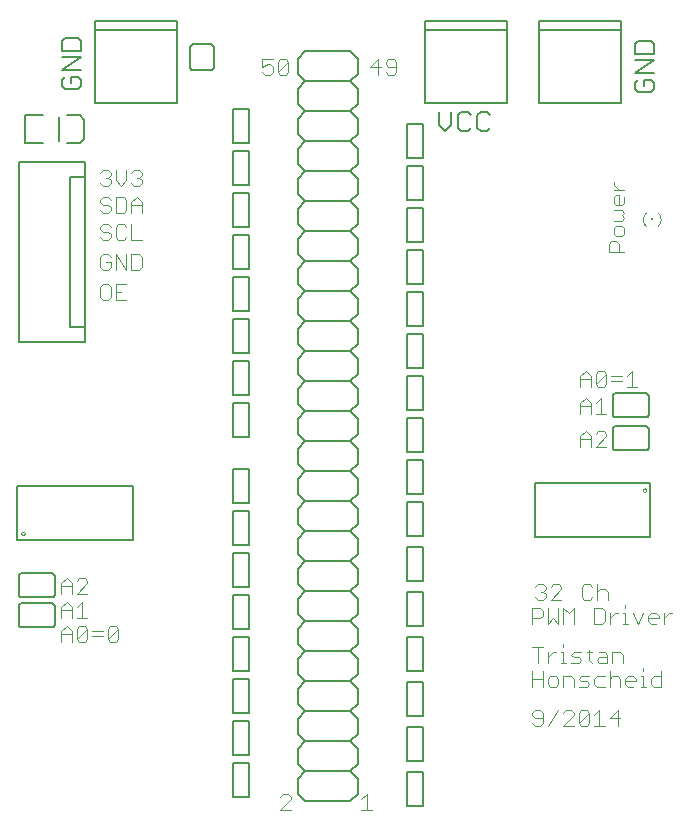
<source format=gto>
G75*
%MOIN*%
%OFA0B0*%
%FSLAX24Y24*%
%IPPOS*%
%LPD*%
%AMOC8*
5,1,8,0,0,1.08239X$1,22.5*
%
%ADD10C,0.0060*%
%ADD11C,0.0040*%
%ADD12C,0.0080*%
%ADD13C,0.0050*%
%ADD14R,0.0079X0.0079*%
%ADD15R,0.0098X0.0059*%
%ADD16C,0.0020*%
D10*
X001000Y007700D02*
X002000Y007700D01*
X002017Y007702D01*
X002034Y007706D01*
X002050Y007713D01*
X002064Y007723D01*
X002077Y007736D01*
X002087Y007750D01*
X002094Y007766D01*
X002098Y007783D01*
X002100Y007800D01*
X002100Y008400D01*
X002098Y008417D01*
X002094Y008434D01*
X002087Y008450D01*
X002077Y008464D01*
X002064Y008477D01*
X002050Y008487D01*
X002034Y008494D01*
X002017Y008498D01*
X002000Y008500D01*
X001000Y008500D01*
X000983Y008498D01*
X000966Y008494D01*
X000950Y008487D01*
X000936Y008477D01*
X000923Y008464D01*
X000913Y008450D01*
X000906Y008434D01*
X000902Y008417D01*
X000900Y008400D01*
X000900Y007800D01*
X000902Y007783D01*
X000906Y007766D01*
X000913Y007750D01*
X000923Y007736D01*
X000936Y007723D01*
X000950Y007713D01*
X000966Y007706D01*
X000983Y007702D01*
X001000Y007700D01*
X001000Y008700D02*
X002000Y008700D01*
X002017Y008702D01*
X002034Y008706D01*
X002050Y008713D01*
X002064Y008723D01*
X002077Y008736D01*
X002087Y008750D01*
X002094Y008766D01*
X002098Y008783D01*
X002100Y008800D01*
X002100Y009400D01*
X002098Y009417D01*
X002094Y009434D01*
X002087Y009450D01*
X002077Y009464D01*
X002064Y009477D01*
X002050Y009487D01*
X002034Y009494D01*
X002017Y009498D01*
X002000Y009500D01*
X001000Y009500D01*
X000983Y009498D01*
X000966Y009494D01*
X000950Y009487D01*
X000936Y009477D01*
X000923Y009464D01*
X000913Y009450D01*
X000906Y009434D01*
X000902Y009417D01*
X000900Y009400D01*
X000900Y008800D01*
X000902Y008783D01*
X000906Y008766D01*
X000913Y008750D01*
X000923Y008736D01*
X000936Y008723D01*
X000950Y008713D01*
X000966Y008706D01*
X000983Y008702D01*
X001000Y008700D01*
X008040Y008760D02*
X008040Y007640D01*
X008560Y007640D01*
X008560Y008760D01*
X008040Y008760D01*
X008040Y009040D02*
X008040Y010160D01*
X008560Y010160D01*
X008560Y009040D01*
X008040Y009040D01*
X008040Y010440D02*
X008040Y011560D01*
X008560Y011560D01*
X008560Y010440D01*
X008040Y010440D01*
X008040Y011840D02*
X008040Y012960D01*
X008560Y012960D01*
X008560Y011840D01*
X008040Y011840D01*
X008040Y014040D02*
X008040Y015160D01*
X008560Y015160D01*
X008560Y014040D01*
X008040Y014040D01*
X008040Y015440D02*
X008040Y016560D01*
X008560Y016560D01*
X008560Y015440D01*
X008040Y015440D01*
X008040Y016840D02*
X008040Y017960D01*
X008560Y017960D01*
X008560Y016840D01*
X008040Y016840D01*
X008040Y018240D02*
X008040Y019360D01*
X008560Y019360D01*
X008560Y018240D01*
X008040Y018240D01*
X008040Y019640D02*
X008040Y020760D01*
X008560Y020760D01*
X008560Y019640D01*
X008040Y019640D01*
X008040Y021040D02*
X008040Y022160D01*
X008560Y022160D01*
X008560Y021040D01*
X008040Y021040D01*
X008040Y022440D02*
X008040Y023560D01*
X008560Y023560D01*
X008560Y022440D01*
X008040Y022440D01*
X008040Y023840D02*
X008040Y024960D01*
X008560Y024960D01*
X008560Y023840D01*
X008040Y023840D01*
X010200Y023650D02*
X010200Y023150D01*
X010450Y022900D01*
X010200Y022650D01*
X010200Y022150D01*
X010450Y021900D01*
X011950Y021900D01*
X012200Y022150D01*
X012200Y022650D01*
X011950Y022900D01*
X012200Y023150D01*
X012200Y023650D01*
X011950Y023900D01*
X012200Y024150D01*
X012200Y024650D01*
X011950Y024900D01*
X012200Y025150D01*
X012200Y025650D01*
X011950Y025900D01*
X012200Y026150D01*
X012200Y026650D01*
X011950Y026900D01*
X010450Y026900D01*
X010200Y026650D01*
X010200Y026150D01*
X010450Y025900D01*
X010200Y025650D01*
X010200Y025150D01*
X010450Y024900D01*
X010200Y024650D01*
X010200Y024150D01*
X010450Y023900D01*
X010200Y023650D01*
X010450Y023900D02*
X011950Y023900D01*
X011950Y022900D02*
X010450Y022900D01*
X010450Y021900D02*
X010200Y021650D01*
X010200Y021150D01*
X010450Y020900D01*
X011950Y020900D01*
X012200Y021150D01*
X012200Y021650D01*
X011950Y021900D01*
X011950Y020900D02*
X012200Y020650D01*
X012200Y020150D01*
X011950Y019900D01*
X010450Y019900D01*
X010200Y020150D01*
X010200Y020650D01*
X010450Y020900D01*
X010450Y019900D02*
X010200Y019650D01*
X010200Y019150D01*
X010450Y018900D01*
X011950Y018900D01*
X012200Y018650D01*
X012200Y018150D01*
X011950Y017900D01*
X010450Y017900D01*
X010200Y018150D01*
X010200Y018650D01*
X010450Y018900D01*
X010450Y017900D02*
X010200Y017650D01*
X010200Y017150D01*
X010450Y016900D01*
X011950Y016900D01*
X012200Y016650D01*
X012200Y016150D01*
X011950Y015900D01*
X010450Y015900D01*
X010200Y016150D01*
X010200Y016650D01*
X010450Y016900D01*
X010450Y015900D02*
X010200Y015650D01*
X010200Y015150D01*
X010450Y014900D01*
X011950Y014900D01*
X012200Y014650D01*
X012200Y014150D01*
X011950Y013900D01*
X010450Y013900D01*
X010200Y014150D01*
X010200Y014650D01*
X010450Y014900D01*
X010450Y013900D02*
X010200Y013650D01*
X010200Y013150D01*
X010450Y012900D01*
X011950Y012900D01*
X012200Y012650D01*
X012200Y012150D01*
X011950Y011900D01*
X010450Y011900D01*
X010200Y012150D01*
X010200Y012650D01*
X010450Y012900D01*
X010450Y011900D02*
X010200Y011650D01*
X010200Y011150D01*
X010450Y010900D01*
X011950Y010900D01*
X012200Y010650D01*
X012200Y010150D01*
X011950Y009900D01*
X010450Y009900D01*
X010200Y010150D01*
X010200Y010650D01*
X010450Y010900D01*
X010450Y009900D02*
X010200Y009650D01*
X010200Y009150D01*
X010450Y008900D01*
X011950Y008900D01*
X012200Y008650D01*
X012200Y008150D01*
X011950Y007900D01*
X010450Y007900D01*
X010200Y008150D01*
X010200Y008650D01*
X010450Y008900D01*
X010450Y007900D02*
X010200Y007650D01*
X010200Y007150D01*
X010450Y006900D01*
X011950Y006900D01*
X012200Y007150D01*
X012200Y007650D01*
X011950Y007900D01*
X011950Y006900D02*
X012200Y006650D01*
X012200Y006150D01*
X011950Y005900D01*
X010450Y005900D01*
X010200Y006150D01*
X010200Y006650D01*
X010450Y006900D01*
X010450Y005900D02*
X010200Y005650D01*
X010200Y005150D01*
X010450Y004900D01*
X011950Y004900D01*
X012200Y005150D01*
X012200Y005650D01*
X011950Y005900D01*
X011950Y004900D02*
X012200Y004650D01*
X012200Y004150D01*
X011950Y003900D01*
X010450Y003900D01*
X010200Y004150D01*
X010200Y004650D01*
X010450Y004900D01*
X010450Y003900D02*
X010200Y003650D01*
X010200Y003150D01*
X010450Y002900D01*
X011950Y002900D01*
X012200Y003150D01*
X012200Y003650D01*
X011950Y003900D01*
X011950Y002900D02*
X012200Y002650D01*
X012200Y002150D01*
X011950Y001900D01*
X010450Y001900D01*
X010200Y002150D01*
X010200Y002650D01*
X010450Y002900D01*
X008560Y003160D02*
X008560Y002040D01*
X008040Y002040D01*
X008040Y003160D01*
X008560Y003160D01*
X008560Y003440D02*
X008560Y004560D01*
X008040Y004560D01*
X008040Y003440D01*
X008560Y003440D01*
X008560Y004840D02*
X008040Y004840D01*
X008040Y005960D01*
X008560Y005960D01*
X008560Y004840D01*
X008560Y006240D02*
X008040Y006240D01*
X008040Y007360D01*
X008560Y007360D01*
X008560Y006240D01*
X011950Y008900D02*
X012200Y009150D01*
X012200Y009650D01*
X011950Y009900D01*
X011950Y010900D02*
X012200Y011150D01*
X012200Y011650D01*
X011950Y011900D01*
X011950Y012900D02*
X012200Y013150D01*
X012200Y013650D01*
X011950Y013900D01*
X011950Y014900D02*
X012200Y015150D01*
X012200Y015650D01*
X011950Y015900D01*
X011950Y016900D02*
X012200Y017150D01*
X012200Y017650D01*
X011950Y017900D01*
X011950Y018900D02*
X012200Y019150D01*
X012200Y019650D01*
X011950Y019900D01*
X013840Y020260D02*
X013840Y019140D01*
X014360Y019140D01*
X014360Y020260D01*
X013840Y020260D01*
X013840Y020540D02*
X013840Y021660D01*
X014360Y021660D01*
X014360Y020540D01*
X013840Y020540D01*
X013840Y021940D02*
X013840Y023060D01*
X014360Y023060D01*
X014360Y021940D01*
X013840Y021940D01*
X013840Y023340D02*
X013840Y024460D01*
X014360Y024460D01*
X014360Y023340D01*
X013840Y023340D01*
X014896Y024444D02*
X015110Y024230D01*
X015323Y024444D01*
X015323Y024871D01*
X015541Y024764D02*
X015541Y024337D01*
X015648Y024230D01*
X015861Y024230D01*
X015968Y024337D01*
X016185Y024337D02*
X016185Y024764D01*
X016292Y024871D01*
X016506Y024871D01*
X016612Y024764D01*
X016612Y024337D02*
X016506Y024230D01*
X016292Y024230D01*
X016185Y024337D01*
X015968Y024764D02*
X015861Y024871D01*
X015648Y024871D01*
X015541Y024764D01*
X014896Y024871D02*
X014896Y024444D01*
X011950Y024900D02*
X010450Y024900D01*
X010450Y025900D02*
X011950Y025900D01*
X007394Y026385D02*
X007394Y027015D01*
X007394Y027034D01*
X007390Y027053D01*
X007384Y027071D01*
X007374Y027087D01*
X007362Y027102D01*
X007348Y027114D01*
X007331Y027124D01*
X007314Y027130D01*
X007295Y027134D01*
X007295Y027133D02*
X006705Y027133D01*
X006704Y027134D02*
X006686Y027130D01*
X006668Y027124D01*
X006651Y027114D01*
X006637Y027102D01*
X006624Y027087D01*
X006615Y027071D01*
X006609Y027053D01*
X006605Y027034D01*
X006605Y027015D01*
X006606Y027015D02*
X006606Y026385D01*
X006606Y026366D01*
X006610Y026347D01*
X006616Y026329D01*
X006626Y026313D01*
X006638Y026298D01*
X006652Y026286D01*
X006669Y026276D01*
X006686Y026270D01*
X006705Y026266D01*
X006705Y026267D02*
X007295Y026267D01*
X007295Y026266D02*
X007314Y026270D01*
X007331Y026276D01*
X007348Y026286D01*
X007362Y026298D01*
X007374Y026313D01*
X007384Y026329D01*
X007390Y026347D01*
X007394Y026366D01*
X007394Y026385D01*
X002970Y026275D02*
X002329Y026275D01*
X002970Y026702D01*
X002329Y026702D01*
X002329Y026919D02*
X002329Y027239D01*
X002436Y027346D01*
X002863Y027346D01*
X002970Y027239D01*
X002970Y026919D01*
X002329Y026919D01*
X002436Y026057D02*
X002329Y025950D01*
X002329Y025737D01*
X002436Y025630D01*
X002863Y025630D01*
X002970Y025737D01*
X002970Y025950D01*
X002863Y026057D01*
X002650Y026057D01*
X002650Y025844D01*
X013840Y018860D02*
X013840Y017740D01*
X014360Y017740D01*
X014360Y018860D01*
X013840Y018860D01*
X013840Y017460D02*
X013840Y016340D01*
X014360Y016340D01*
X014360Y017460D01*
X013840Y017460D01*
X013840Y016060D02*
X013840Y014940D01*
X014360Y014940D01*
X014360Y016060D01*
X013840Y016060D01*
X013840Y014660D02*
X013840Y013540D01*
X014360Y013540D01*
X014360Y014660D01*
X013840Y014660D01*
X013840Y013260D02*
X013840Y012140D01*
X014360Y012140D01*
X014360Y013260D01*
X013840Y013260D01*
X013840Y011860D02*
X013840Y010740D01*
X014360Y010740D01*
X014360Y011860D01*
X013840Y011860D01*
X013840Y010360D02*
X013840Y009240D01*
X014360Y009240D01*
X014360Y010360D01*
X013840Y010360D01*
X013840Y008860D02*
X013840Y007740D01*
X014360Y007740D01*
X014360Y008860D01*
X013840Y008860D01*
X013840Y007360D02*
X013840Y006240D01*
X014360Y006240D01*
X014360Y007360D01*
X013840Y007360D01*
X013840Y005860D02*
X013840Y004740D01*
X014360Y004740D01*
X014360Y005860D01*
X013840Y005860D01*
X013840Y004360D02*
X013840Y003240D01*
X014360Y003240D01*
X014360Y004360D01*
X013840Y004360D01*
X013840Y002860D02*
X013840Y001740D01*
X014360Y001740D01*
X014360Y002860D01*
X013840Y002860D01*
X020800Y013600D02*
X021800Y013600D01*
X021817Y013602D01*
X021834Y013606D01*
X021850Y013613D01*
X021864Y013623D01*
X021877Y013636D01*
X021887Y013650D01*
X021894Y013666D01*
X021898Y013683D01*
X021900Y013700D01*
X021900Y014300D01*
X021898Y014317D01*
X021894Y014334D01*
X021887Y014350D01*
X021877Y014364D01*
X021864Y014377D01*
X021850Y014387D01*
X021834Y014394D01*
X021817Y014398D01*
X021800Y014400D01*
X020800Y014400D01*
X020783Y014398D01*
X020766Y014394D01*
X020750Y014387D01*
X020736Y014377D01*
X020723Y014364D01*
X020713Y014350D01*
X020706Y014334D01*
X020702Y014317D01*
X020700Y014300D01*
X020700Y013700D01*
X020702Y013683D01*
X020706Y013666D01*
X020713Y013650D01*
X020723Y013636D01*
X020736Y013623D01*
X020750Y013613D01*
X020766Y013606D01*
X020783Y013602D01*
X020800Y013600D01*
X020800Y014700D02*
X021800Y014700D01*
X021817Y014702D01*
X021834Y014706D01*
X021850Y014713D01*
X021864Y014723D01*
X021877Y014736D01*
X021887Y014750D01*
X021894Y014766D01*
X021898Y014783D01*
X021900Y014800D01*
X021900Y015400D01*
X021898Y015417D01*
X021894Y015434D01*
X021887Y015450D01*
X021877Y015464D01*
X021864Y015477D01*
X021850Y015487D01*
X021834Y015494D01*
X021817Y015498D01*
X021800Y015500D01*
X020800Y015500D01*
X020783Y015498D01*
X020766Y015494D01*
X020750Y015487D01*
X020736Y015477D01*
X020723Y015464D01*
X020713Y015450D01*
X020706Y015434D01*
X020702Y015417D01*
X020700Y015400D01*
X020700Y014800D01*
X020702Y014783D01*
X020706Y014766D01*
X020713Y014750D01*
X020723Y014736D01*
X020736Y014723D01*
X020750Y014713D01*
X020766Y014706D01*
X020783Y014702D01*
X020800Y014700D01*
X021536Y025530D02*
X021963Y025530D01*
X022070Y025637D01*
X022070Y025850D01*
X021963Y025957D01*
X021750Y025957D01*
X021750Y025744D01*
X021536Y025957D02*
X021429Y025850D01*
X021429Y025637D01*
X021536Y025530D01*
X021429Y026175D02*
X022070Y026602D01*
X021429Y026602D01*
X021429Y026819D02*
X021429Y027139D01*
X021536Y027246D01*
X021963Y027246D01*
X022070Y027139D01*
X022070Y026819D01*
X021429Y026819D01*
X021429Y026175D02*
X022070Y026175D01*
D11*
X002320Y007567D02*
X002320Y007220D01*
X002320Y007480D02*
X002667Y007480D01*
X002667Y007567D02*
X002667Y007220D01*
X002836Y007307D02*
X002836Y007654D01*
X002922Y007740D01*
X003096Y007740D01*
X003183Y007654D01*
X002836Y007307D01*
X002922Y007220D01*
X003096Y007220D01*
X003183Y007307D01*
X003183Y007654D01*
X003351Y007567D02*
X003698Y007567D01*
X003698Y007393D02*
X003351Y007393D01*
X003867Y007307D02*
X004214Y007654D01*
X004214Y007307D01*
X004127Y007220D01*
X003954Y007220D01*
X003867Y007307D01*
X003867Y007654D01*
X003954Y007740D01*
X004127Y007740D01*
X004214Y007654D01*
X003183Y008020D02*
X002836Y008020D01*
X002667Y008020D02*
X002667Y008367D01*
X002493Y008540D01*
X002320Y008367D01*
X002320Y008020D01*
X002320Y008280D02*
X002667Y008280D01*
X002836Y008367D02*
X003009Y008540D01*
X003009Y008020D01*
X002667Y007567D02*
X002493Y007740D01*
X002320Y007567D01*
X002320Y008820D02*
X002320Y009167D01*
X002493Y009340D01*
X002667Y009167D01*
X002667Y008820D01*
X002836Y008820D02*
X003183Y009167D01*
X003183Y009254D01*
X003096Y009340D01*
X002922Y009340D01*
X002836Y009254D01*
X002667Y009080D02*
X002320Y009080D01*
X002836Y008820D02*
X003183Y008820D01*
X009707Y002140D02*
X009620Y002054D01*
X009707Y002140D02*
X009880Y002140D01*
X009967Y002054D01*
X009967Y001967D01*
X009620Y001620D01*
X009967Y001620D01*
X012320Y001620D02*
X012667Y001620D01*
X012493Y001620D02*
X012493Y002140D01*
X012320Y001967D01*
X018020Y004507D02*
X018107Y004420D01*
X018280Y004420D01*
X018367Y004507D01*
X018367Y004854D01*
X018280Y004940D01*
X018107Y004940D01*
X018020Y004854D01*
X018020Y004767D01*
X018107Y004680D01*
X018367Y004680D01*
X018536Y004420D02*
X018883Y004940D01*
X019051Y004854D02*
X019138Y004940D01*
X019312Y004940D01*
X019398Y004854D01*
X019398Y004767D01*
X019051Y004420D01*
X019398Y004420D01*
X019567Y004507D02*
X019914Y004854D01*
X019914Y004507D01*
X019827Y004420D01*
X019654Y004420D01*
X019567Y004507D01*
X019567Y004854D01*
X019654Y004940D01*
X019827Y004940D01*
X019914Y004854D01*
X020083Y004767D02*
X020256Y004940D01*
X020256Y004420D01*
X020083Y004420D02*
X020430Y004420D01*
X020598Y004680D02*
X020945Y004680D01*
X020858Y004420D02*
X020858Y004940D01*
X020598Y004680D01*
X020598Y005720D02*
X020598Y006240D01*
X020685Y006067D02*
X020858Y006067D01*
X020945Y005980D01*
X020945Y005720D01*
X021114Y005807D02*
X021114Y005980D01*
X021201Y006067D01*
X021374Y006067D01*
X021461Y005980D01*
X021461Y005893D01*
X021114Y005893D01*
X021114Y005807D02*
X021201Y005720D01*
X021374Y005720D01*
X021629Y005720D02*
X021803Y005720D01*
X021716Y005720D02*
X021716Y006067D01*
X021629Y006067D01*
X021716Y006240D02*
X021716Y006327D01*
X022060Y006067D02*
X022320Y006067D01*
X022320Y006240D02*
X022320Y005720D01*
X022060Y005720D01*
X021973Y005807D01*
X021973Y005980D01*
X022060Y006067D01*
X021031Y006520D02*
X021031Y006780D01*
X020944Y006867D01*
X020684Y006867D01*
X020684Y006520D01*
X020515Y006520D02*
X020255Y006520D01*
X020168Y006607D01*
X020255Y006693D01*
X020515Y006693D01*
X020515Y006780D02*
X020515Y006520D01*
X020515Y006780D02*
X020429Y006867D01*
X020255Y006867D01*
X019998Y006867D02*
X019825Y006867D01*
X019911Y006954D02*
X019911Y006607D01*
X019998Y006520D01*
X019656Y006607D02*
X019569Y006693D01*
X019396Y006693D01*
X019309Y006780D01*
X019396Y006867D01*
X019656Y006867D01*
X019656Y006607D02*
X019569Y006520D01*
X019309Y006520D01*
X019139Y006520D02*
X018965Y006520D01*
X019052Y006520D02*
X019052Y006867D01*
X018965Y006867D01*
X018796Y006867D02*
X018709Y006867D01*
X018536Y006693D01*
X018536Y006520D02*
X018536Y006867D01*
X018367Y007040D02*
X018020Y007040D01*
X018193Y007040D02*
X018193Y006520D01*
X018020Y006240D02*
X018020Y005720D01*
X018020Y005980D02*
X018367Y005980D01*
X018536Y005980D02*
X018536Y005807D01*
X018622Y005720D01*
X018796Y005720D01*
X018883Y005807D01*
X018883Y005980D01*
X018796Y006067D01*
X018622Y006067D01*
X018536Y005980D01*
X018367Y006240D02*
X018367Y005720D01*
X019051Y005720D02*
X019051Y006067D01*
X019312Y006067D01*
X019398Y005980D01*
X019398Y005720D01*
X019567Y005720D02*
X019827Y005720D01*
X019914Y005807D01*
X019827Y005893D01*
X019654Y005893D01*
X019567Y005980D01*
X019654Y006067D01*
X019914Y006067D01*
X020083Y005980D02*
X020083Y005807D01*
X020169Y005720D01*
X020430Y005720D01*
X020598Y005980D02*
X020685Y006067D01*
X020430Y006067D02*
X020169Y006067D01*
X020083Y005980D01*
X019052Y007040D02*
X019052Y007127D01*
X019051Y007820D02*
X019051Y008340D01*
X019225Y008167D01*
X019398Y008340D01*
X019398Y007820D01*
X018883Y007820D02*
X018883Y008340D01*
X018983Y008620D02*
X018636Y008620D01*
X018983Y008967D01*
X018983Y009054D01*
X018896Y009140D01*
X018722Y009140D01*
X018636Y009054D01*
X018467Y009054D02*
X018467Y008967D01*
X018380Y008880D01*
X018467Y008793D01*
X018467Y008707D01*
X018380Y008620D01*
X018207Y008620D01*
X018120Y008707D01*
X018293Y008880D02*
X018380Y008880D01*
X018467Y009054D02*
X018380Y009140D01*
X018207Y009140D01*
X018120Y009054D01*
X018020Y008340D02*
X018280Y008340D01*
X018367Y008254D01*
X018367Y008080D01*
X018280Y007993D01*
X018020Y007993D01*
X018020Y007820D02*
X018020Y008340D01*
X018536Y008340D02*
X018536Y007820D01*
X018709Y007993D01*
X018883Y007820D01*
X019754Y008620D02*
X019927Y008620D01*
X020014Y008707D01*
X020183Y008620D02*
X020183Y009140D01*
X020014Y009054D02*
X019927Y009140D01*
X019754Y009140D01*
X019667Y009054D01*
X019667Y008707D01*
X019754Y008620D01*
X020083Y008340D02*
X020343Y008340D01*
X020430Y008254D01*
X020430Y007907D01*
X020343Y007820D01*
X020083Y007820D01*
X020083Y008340D01*
X020530Y008620D02*
X020530Y008880D01*
X020443Y008967D01*
X020269Y008967D01*
X020183Y008880D01*
X020598Y008167D02*
X020598Y007820D01*
X020598Y007993D02*
X020772Y008167D01*
X020858Y008167D01*
X021028Y008167D02*
X021115Y008167D01*
X021115Y007820D01*
X021201Y007820D02*
X021028Y007820D01*
X021372Y008167D02*
X021545Y007820D01*
X021719Y008167D01*
X021887Y008080D02*
X021887Y007907D01*
X021974Y007820D01*
X022148Y007820D01*
X022234Y007993D02*
X021887Y007993D01*
X021887Y008080D02*
X021974Y008167D01*
X022148Y008167D01*
X022234Y008080D01*
X022234Y007993D01*
X022403Y007993D02*
X022576Y008167D01*
X022663Y008167D01*
X022403Y008167D02*
X022403Y007820D01*
X021115Y008340D02*
X021115Y008427D01*
X020483Y013720D02*
X020136Y013720D01*
X020483Y014067D01*
X020483Y014154D01*
X020396Y014240D01*
X020222Y014240D01*
X020136Y014154D01*
X019967Y014067D02*
X019967Y013720D01*
X019967Y013980D02*
X019620Y013980D01*
X019620Y014067D02*
X019793Y014240D01*
X019967Y014067D01*
X019620Y014067D02*
X019620Y013720D01*
X019620Y014820D02*
X019620Y015167D01*
X019793Y015340D01*
X019967Y015167D01*
X019967Y014820D01*
X020136Y014820D02*
X020483Y014820D01*
X020309Y014820D02*
X020309Y015340D01*
X020136Y015167D01*
X019967Y015080D02*
X019620Y015080D01*
X019620Y015720D02*
X019620Y016067D01*
X019793Y016240D01*
X019967Y016067D01*
X019967Y015720D01*
X020136Y015807D02*
X020136Y016154D01*
X020222Y016240D01*
X020396Y016240D01*
X020483Y016154D01*
X020136Y015807D01*
X020222Y015720D01*
X020396Y015720D01*
X020483Y015807D01*
X020483Y016154D01*
X020651Y016067D02*
X020998Y016067D01*
X021167Y016067D02*
X021340Y016240D01*
X021340Y015720D01*
X021167Y015720D02*
X021514Y015720D01*
X020998Y015893D02*
X020651Y015893D01*
X019967Y015980D02*
X019620Y015980D01*
X020560Y020220D02*
X020560Y020480D01*
X020646Y020567D01*
X020820Y020567D01*
X020907Y020480D01*
X020907Y020220D01*
X021080Y020220D02*
X020560Y020220D01*
X020820Y020736D02*
X020993Y020736D01*
X021080Y020822D01*
X021080Y020996D01*
X020993Y021083D01*
X020820Y021083D01*
X020733Y020996D01*
X020733Y020822D01*
X020820Y020736D01*
X020733Y021251D02*
X020993Y021251D01*
X021080Y021338D01*
X020993Y021425D01*
X021080Y021512D01*
X020993Y021598D01*
X020733Y021598D01*
X020820Y021767D02*
X020733Y021854D01*
X020733Y022027D01*
X020820Y022114D01*
X020907Y022114D01*
X020907Y021767D01*
X020993Y021767D02*
X020820Y021767D01*
X020993Y021767D02*
X021080Y021854D01*
X021080Y022027D01*
X021080Y022283D02*
X020733Y022283D01*
X020733Y022456D02*
X020733Y022543D01*
X020733Y022456D02*
X020907Y022283D01*
X022197Y021517D02*
X022220Y021494D01*
X022240Y021468D01*
X022257Y021440D01*
X022271Y021411D01*
X022282Y021380D01*
X022289Y021349D01*
X022293Y021316D01*
X022293Y021284D01*
X022289Y021251D01*
X022282Y021220D01*
X022271Y021189D01*
X022257Y021160D01*
X022240Y021132D01*
X022220Y021106D01*
X022197Y021083D01*
X021803Y021083D02*
X021780Y021106D01*
X021760Y021132D01*
X021743Y021160D01*
X021729Y021189D01*
X021718Y021220D01*
X021711Y021251D01*
X021707Y021284D01*
X021707Y021316D01*
X021711Y021349D01*
X021718Y021380D01*
X021729Y021411D01*
X021743Y021440D01*
X021760Y021468D01*
X021780Y021494D01*
X021803Y021517D01*
X013483Y026207D02*
X013483Y026554D01*
X013396Y026640D01*
X013222Y026640D01*
X013136Y026554D01*
X013136Y026467D01*
X013222Y026380D01*
X013483Y026380D01*
X013483Y026207D02*
X013396Y026120D01*
X013222Y026120D01*
X013136Y026207D01*
X012967Y026380D02*
X012620Y026380D01*
X012880Y026640D01*
X012880Y026120D01*
X009883Y026207D02*
X009796Y026120D01*
X009622Y026120D01*
X009536Y026207D01*
X009883Y026554D01*
X009883Y026207D01*
X009883Y026554D02*
X009796Y026640D01*
X009622Y026640D01*
X009536Y026554D01*
X009536Y026207D01*
X009367Y026207D02*
X009280Y026120D01*
X009107Y026120D01*
X009020Y026207D01*
X009020Y026380D02*
X009193Y026467D01*
X009280Y026467D01*
X009367Y026380D01*
X009367Y026207D01*
X009020Y026380D02*
X009020Y026640D01*
X009367Y026640D01*
X004998Y022854D02*
X004998Y022767D01*
X004912Y022680D01*
X004998Y022593D01*
X004998Y022507D01*
X004912Y022420D01*
X004738Y022420D01*
X004651Y022507D01*
X004483Y022593D02*
X004483Y022940D01*
X004651Y022854D02*
X004738Y022940D01*
X004912Y022940D01*
X004998Y022854D01*
X004912Y022680D02*
X004825Y022680D01*
X004483Y022593D02*
X004309Y022420D01*
X004136Y022593D01*
X004136Y022940D01*
X003967Y022854D02*
X003967Y022767D01*
X003880Y022680D01*
X003967Y022593D01*
X003967Y022507D01*
X003880Y022420D01*
X003707Y022420D01*
X003620Y022507D01*
X003793Y022680D02*
X003880Y022680D01*
X003967Y022854D02*
X003880Y022940D01*
X003707Y022940D01*
X003620Y022854D01*
X003707Y022040D02*
X003620Y021954D01*
X003620Y021867D01*
X003707Y021780D01*
X003880Y021780D01*
X003967Y021693D01*
X003967Y021607D01*
X003880Y021520D01*
X003707Y021520D01*
X003620Y021607D01*
X003707Y021140D02*
X003620Y021054D01*
X003620Y020967D01*
X003707Y020880D01*
X003880Y020880D01*
X003967Y020793D01*
X003967Y020707D01*
X003880Y020620D01*
X003707Y020620D01*
X003620Y020707D01*
X003707Y021140D02*
X003880Y021140D01*
X003967Y021054D01*
X004136Y021054D02*
X004136Y020707D01*
X004222Y020620D01*
X004396Y020620D01*
X004483Y020707D01*
X004651Y020620D02*
X004998Y020620D01*
X004651Y020620D02*
X004651Y021140D01*
X004483Y021054D02*
X004396Y021140D01*
X004222Y021140D01*
X004136Y021054D01*
X004136Y021520D02*
X004396Y021520D01*
X004483Y021607D01*
X004483Y021954D01*
X004396Y022040D01*
X004136Y022040D01*
X004136Y021520D01*
X003967Y021954D02*
X003880Y022040D01*
X003707Y022040D01*
X004651Y021867D02*
X004651Y021520D01*
X004651Y021780D02*
X004998Y021780D01*
X004998Y021867D02*
X004998Y021520D01*
X004998Y021867D02*
X004825Y022040D01*
X004651Y021867D01*
X004651Y020140D02*
X004912Y020140D01*
X004998Y020054D01*
X004998Y019707D01*
X004912Y019620D01*
X004651Y019620D01*
X004651Y020140D01*
X004483Y020140D02*
X004483Y019620D01*
X004136Y020140D01*
X004136Y019620D01*
X003967Y019707D02*
X003967Y019880D01*
X003793Y019880D01*
X003620Y019707D02*
X003707Y019620D01*
X003880Y019620D01*
X003967Y019707D01*
X003967Y020054D02*
X003880Y020140D01*
X003707Y020140D01*
X003620Y020054D01*
X003620Y019707D01*
X003707Y019140D02*
X003620Y019054D01*
X003620Y018707D01*
X003707Y018620D01*
X003880Y018620D01*
X003967Y018707D01*
X003967Y019054D01*
X003880Y019140D01*
X003707Y019140D01*
X004136Y019140D02*
X004136Y018620D01*
X004483Y018620D01*
X004309Y018880D02*
X004136Y018880D01*
X004136Y019140D02*
X004483Y019140D01*
D12*
X002927Y023828D02*
X002494Y023828D01*
X002927Y023828D02*
X003084Y023985D01*
X003084Y024615D01*
X002927Y024772D01*
X002494Y024772D01*
X001706Y024772D02*
X001116Y024772D01*
X001116Y023828D01*
X001706Y023828D01*
X003433Y025161D02*
X003433Y027602D01*
X006189Y027602D01*
X006189Y025161D01*
X003433Y025161D01*
X003433Y027602D02*
X003433Y027917D01*
X006189Y027917D01*
X006189Y027602D01*
X014433Y027602D02*
X014433Y025161D01*
X017189Y025161D01*
X017189Y027602D01*
X014433Y027602D01*
X014433Y027917D01*
X017189Y027917D01*
X017189Y027602D01*
X018233Y027602D02*
X020989Y027602D01*
X020989Y025161D01*
X018233Y025161D01*
X018233Y027602D01*
X018233Y027917D01*
X020989Y027917D01*
X020989Y027602D01*
D13*
X021955Y012496D02*
X018105Y012496D01*
X018105Y010704D01*
X021955Y010704D01*
X021955Y012496D01*
X004695Y012396D02*
X004695Y010604D01*
X000845Y010604D01*
X000845Y012396D01*
X004695Y012396D01*
X003100Y017200D02*
X000900Y017200D01*
X000900Y023200D01*
X003100Y023200D01*
X003100Y022700D01*
X002600Y022700D01*
X002600Y017700D01*
X003100Y017700D01*
X003100Y017200D01*
X003100Y017700D02*
X003100Y022700D01*
X002250Y023900D02*
X002250Y024700D01*
D14*
X022000Y021300D03*
D15*
X021774Y021093D03*
D16*
X021703Y012269D02*
X021705Y012283D01*
X021711Y012297D01*
X021719Y012309D01*
X021731Y012317D01*
X021745Y012323D01*
X021759Y012325D01*
X021773Y012323D01*
X021787Y012317D01*
X021799Y012309D01*
X021807Y012297D01*
X021813Y012283D01*
X021815Y012269D01*
X021813Y012255D01*
X021807Y012241D01*
X021799Y012229D01*
X021787Y012221D01*
X021773Y012215D01*
X021759Y012213D01*
X021745Y012215D01*
X021731Y012221D01*
X021719Y012229D01*
X021711Y012241D01*
X021705Y012255D01*
X021703Y012269D01*
X000985Y010831D02*
X000987Y010845D01*
X000993Y010859D01*
X001001Y010871D01*
X001013Y010879D01*
X001027Y010885D01*
X001041Y010887D01*
X001055Y010885D01*
X001069Y010879D01*
X001081Y010871D01*
X001089Y010859D01*
X001095Y010845D01*
X001097Y010831D01*
X001095Y010817D01*
X001089Y010803D01*
X001081Y010791D01*
X001069Y010783D01*
X001055Y010777D01*
X001041Y010775D01*
X001027Y010777D01*
X001013Y010783D01*
X001001Y010791D01*
X000993Y010803D01*
X000987Y010817D01*
X000985Y010831D01*
M02*

</source>
